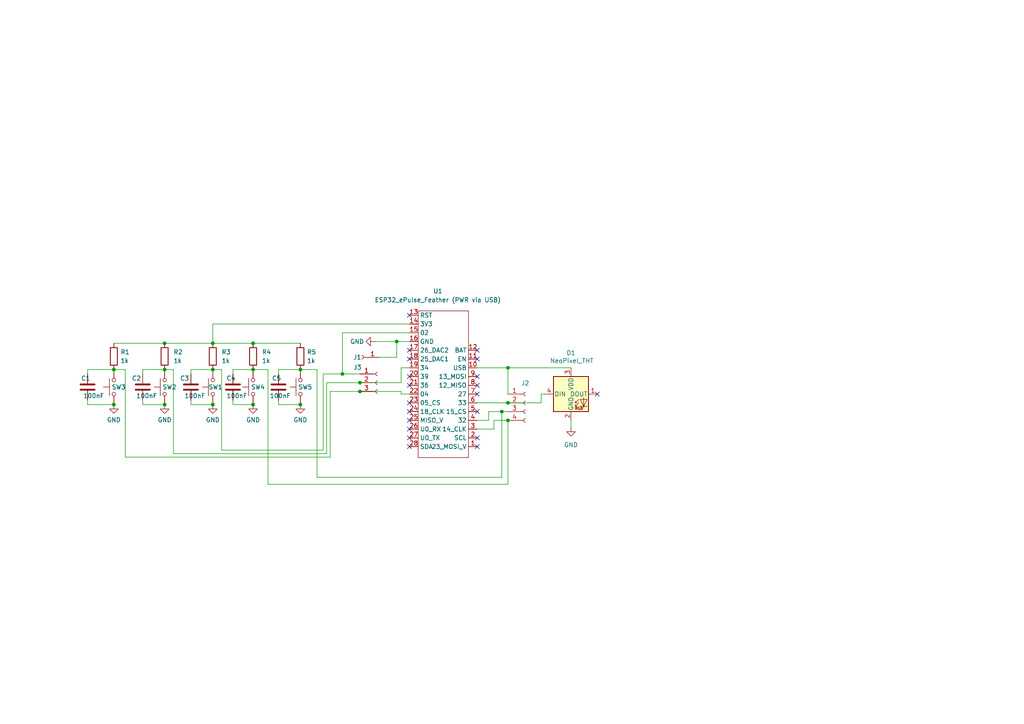
<source format=kicad_sch>
(kicad_sch (version 20211123) (generator eeschema)
  (paper "A4")
  (lib_symbols
    (symbol "BerndsMainComponents:ESP32_ePulse_Feather"
      (property "Reference" "U1" (at 2.2225 33.655 0))
      (property "Value" "ESP32_ePulse_Feather" (at 2.2225 31.115 0))
      (symbol "ESP32_ePulse_Feather_0_1"
        (rectangle (start 5.08 -28.575) (end -9.525 13.97))
      )
      (symbol "ESP32_ePulse_Feather_1_1"
        (pin input line (at -12.065 10.795 0) (length 2.54) (name "23_MOSI_V") (number "1"))
        (pin power_out line (at -12.065 -12.065 0) (length 2.54) (name "USB") (number "10"))
        (pin input line (at -12.065 -14.605 0) (length 2.54) (name "EN") (number "11"))
        (pin power_in line (at -12.065 -17.145 0) (length 2.54) (name "BAT") (number "12"))
        (pin input line (at 7.62 -27.305 180) (length 2.54) (name "RST") (number "13"))
        (pin power_in line (at 7.62 -24.765 180) (length 2.54) (name "3V3") (number "14"))
        (pin bidirectional line (at 7.62 -22.225 180) (length 2.54) (name "02") (number "15"))
        (pin power_in line (at 7.62 -19.685 180) (length 2.54) (name "GND") (number "16"))
        (pin input line (at 7.62 -17.145 180) (length 2.54) (name "26_DAC2") (number "17"))
        (pin input line (at 7.62 -14.605 180) (length 2.54) (name "25_DAC1") (number "18"))
        (pin input line (at 7.62 -12.065 180) (length 2.54) (name "34") (number "19"))
        (pin bidirectional line (at -12.065 8.255 0) (length 2.54) (name "SCL") (number "2"))
        (pin input line (at 7.62 -9.525 180) (length 2.54) (name "39") (number "20"))
        (pin input line (at 7.62 -6.985 180) (length 2.54) (name "36") (number "21"))
        (pin bidirectional line (at 7.62 -4.445 180) (length 2.54) (name "04") (number "22"))
        (pin bidirectional line (at 7.62 -1.905 180) (length 2.54) (name "05_CS") (number "23"))
        (pin bidirectional line (at 7.62 0.635 180) (length 2.54) (name "18_CLK") (number "24"))
        (pin bidirectional line (at 7.62 3.175 180) (length 2.54) (name "MISO_V") (number "25"))
        (pin bidirectional line (at 7.62 5.715 180) (length 2.54) (name "U0_RX") (number "26"))
        (pin bidirectional line (at 7.62 8.255 180) (length 2.54) (name "U0_TX") (number "27"))
        (pin bidirectional line (at 7.62 10.795 180) (length 2.54) (name "SDA") (number "28"))
        (pin bidirectional line (at -12.065 5.715 0) (length 2.54) (name "14_CLK") (number "3"))
        (pin bidirectional line (at -12.065 3.175 0) (length 2.54) (name "32") (number "4"))
        (pin bidirectional line (at -12.065 0.635 0) (length 2.54) (name "15_CS") (number "5"))
        (pin bidirectional line (at -12.065 -1.905 0) (length 2.54) (name "33") (number "6"))
        (pin bidirectional line (at -12.065 -4.445 0) (length 2.54) (name "27") (number "7"))
        (pin input line (at -12.065 -6.985 0) (length 2.54) (name "12_MISO") (number "8"))
        (pin output line (at -12.065 -9.525 0) (length 2.54) (name "13_MOSI") (number "9"))
      )
    )
    (symbol "Connector:Conn_01x01_Female" (pin_names (offset 1.016) hide)
      (property "Reference" "J" (at 0 2.54 0))
      (property "Value" "Conn_01x01_Female" (at 0 -2.54 0))
      (symbol "Conn_01x01_Female_1_1"
        (polyline (pts (xy -1.27 0) (xy -0.508 0)) (stroke (width 0.1524)))
        (arc (start 0 0.508) (mid -0.508 0) (end 0 -0.508) (stroke (width 0.1524)))
        (pin passive line (at -5.08 0 0) (length 3.81) (name "Pin_1") (number "1"))
      )
    )
    (symbol "Connector:Conn_01x03_Female" (pin_names (offset 1.016) hide)
      (property "Reference" "J" (at 0 5.08 0))
      (property "Value" "Conn_01x03_Female" (at 0 -5.08 0))
      (symbol "Conn_01x03_Female_1_1"
        (arc (start 0 -2.032) (mid -0.508 -2.54) (end 0 -3.048) (stroke (width 0.1524)))
        (polyline (pts (xy -1.27 -2.54) (xy -0.508 -2.54)) (stroke (width 0.1524)))
        (polyline (pts (xy -1.27 0) (xy -0.508 0)) (stroke (width 0.1524)))
        (polyline (pts (xy -1.27 2.54) (xy -0.508 2.54)) (stroke (width 0.1524)))
        (arc (start 0 0.508) (mid -0.508 0) (end 0 -0.508) (stroke (width 0.1524)))
        (arc (start 0 3.048) (mid -0.508 2.54) (end 0 2.032) (stroke (width 0.1524)))
        (pin passive line (at -5.08 2.54 0) (length 3.81) (name "Pin_1") (number "1"))
        (pin passive line (at -5.08 0 0) (length 3.81) (name "Pin_2") (number "2"))
        (pin passive line (at -5.08 -2.54 0) (length 3.81) (name "Pin_3") (number "3"))
      )
    )
    (symbol "Connector:Conn_01x04_Female" (pin_names (offset 1.016) hide)
      (property "Reference" "J" (at 0 5.08 0))
      (property "Value" "Conn_01x04_Female" (at 0 -7.62 0))
      (symbol "Conn_01x04_Female_1_1"
        (arc (start 0 -4.572) (mid -0.508 -5.08) (end 0 -5.588) (stroke (width 0.1524)))
        (arc (start 0 -2.032) (mid -0.508 -2.54) (end 0 -3.048) (stroke (width 0.1524)))
        (polyline (pts (xy -1.27 -5.08) (xy -0.508 -5.08)) (stroke (width 0.1524)))
        (polyline (pts (xy -1.27 -2.54) (xy -0.508 -2.54)) (stroke (width 0.1524)))
        (polyline (pts (xy -1.27 0) (xy -0.508 0)) (stroke (width 0.1524)))
        (polyline (pts (xy -1.27 2.54) (xy -0.508 2.54)) (stroke (width 0.1524)))
        (arc (start 0 0.508) (mid -0.508 0) (end 0 -0.508) (stroke (width 0.1524)))
        (arc (start 0 3.048) (mid -0.508 2.54) (end 0 2.032) (stroke (width 0.1524)))
        (pin passive line (at -5.08 2.54 0) (length 3.81) (name "Pin_1") (number "1"))
        (pin passive line (at -5.08 0 0) (length 3.81) (name "Pin_2") (number "2"))
        (pin passive line (at -5.08 -2.54 0) (length 3.81) (name "Pin_3") (number "3"))
        (pin passive line (at -5.08 -5.08 0) (length 3.81) (name "Pin_4") (number "4"))
      )
    )
    (symbol "Device:C" (pin_numbers hide) (pin_names (offset 0.254))
      (property "Reference" "C" (at 0.635 2.54 0))
      (property "Value" "C" (at 0.635 -2.54 0))
      (symbol "C_0_1"
        (polyline (pts (xy -2.032 -0.762) (xy 2.032 -0.762)) (stroke (width 0.508)))
        (polyline (pts (xy -2.032 0.762) (xy 2.032 0.762)) (stroke (width 0.508)))
      )
      (symbol "C_1_1"
        (pin passive line (at 0 3.81 270) (length 2.794) (name "~") (number "1"))
        (pin passive line (at 0 -3.81 90) (length 2.794) (name "~") (number "2"))
      )
    )
    (symbol "Device:R" (pin_numbers hide) (pin_names (offset 0))
      (property "Reference" "R" (at 2.032 0 90))
      (property "Value" "R" (at 0 0 90))
      (symbol "R_0_1"
        (rectangle (start -1.016 -2.54) (end 1.016 2.54) (stroke (width 0.254)))
      )
      (symbol "R_1_1"
        (pin passive line (at 0 3.81 270) (length 1.27) (name "~") (number "1"))
        (pin passive line (at 0 -3.81 90) (length 1.27) (name "~") (number "2"))
      )
    )
    (symbol "LED:NeoPixel_THT" (pin_names (offset 0.254))
      (property "Reference" "D" (at 5.08 5.715 0))
      (property "Value" "NeoPixel_THT" (at 1.27 -5.715 0))
      (symbol "NeoPixel_THT_0_0"
        (text "RGB" (at 2.286 -4.191 0) (effects (font (size 0.762 0.762))))
      )
      (symbol "NeoPixel_THT_0_1"
        (polyline (pts (xy 1.27 -3.556) (xy 1.778 -3.556)))
        (polyline (pts (xy 1.27 -2.54) (xy 1.778 -2.54)))
        (polyline (pts (xy 4.699 -3.556) (xy 2.667 -3.556)))
        (polyline (pts (xy 2.286 -2.54) (xy 1.27 -3.556) (xy 1.27 -3.048)))
        (polyline (pts (xy 2.286 -1.524) (xy 1.27 -2.54) (xy 1.27 -2.032)))
        (polyline (pts (xy 3.683 -1.016) (xy 3.683 -3.556) (xy 3.683 -4.064)))
        (polyline (pts (xy 4.699 -1.524) (xy 2.667 -1.524) (xy 3.683 -3.556) (xy 4.699 -1.524)))
        (rectangle (start 5.08 5.08) (end -5.08 -5.08) (stroke (width 0.254)) (fill (type background)))
      )
      (symbol "NeoPixel_THT_1_1"
        (pin output line (at 7.62 0 180) (length 2.54) (name "DOUT") (number "1"))
        (pin power_in line (at 0 -7.62 90) (length 2.54) (name "GND") (number "2"))
        (pin power_in line (at 0 7.62 270) (length 2.54) (name "VDD") (number "3"))
        (pin input line (at -7.62 0 0) (length 2.54) (name "DIN") (number "4"))
      )
    )
    (symbol "Switch:SW_Push" (pin_numbers hide) (pin_names (offset 1.016) hide)
      (property "Reference" "SW" (at 1.27 2.54 0))
      (property "Value" "SW_Push" (at 0 -1.524 0))
      (symbol "SW_Push_0_1"
        (circle (center -2.032 0) (radius 0.508))
        (polyline (pts (xy 0 1.27) (xy 0 3.048)))
        (polyline (pts (xy 2.54 1.27) (xy -2.54 1.27)))
        (circle (center 2.032 0) (radius 0.508))
        (pin passive line (at -5.08 0 0) (length 2.54) (name "1") (number "1"))
        (pin passive line (at 5.08 0 180) (length 2.54) (name "2") (number "2"))
      )
    )
    (symbol "power:GND" (power) (pin_names (offset 0))
      (property "Value" "GND" (at 0 -3.81 0))
      (symbol "GND_0_1"
        (polyline (pts (xy 0 0) (xy 0 -1.27) (xy 1.27 -1.27) (xy 0 -2.54) (xy -1.27 -1.27) (xy 0 -1.27)))
      )
      (symbol "GND_1_1"
        (pin power_in line (at 0 0 270) (length 0) hide (name "GND") (number "1"))
      )
    )
  )
  (junction (at 61.722 107.188))
  (junction (at 73.406 107.188))
  (junction (at 61.722 117.348))
  (junction (at 99.314 108.458))
  (junction (at 33.02 117.348))
  (junction (at 104.394 113.538))
  (junction (at 147.32 106.68))
  (junction (at 145.542 119.38))
  (junction (at 33.02 107.188))
  (junction (at 104.394 110.998))
  (junction (at 47.752 107.188))
  (junction (at 47.752 117.348))
  (junction (at 147.32 121.92))
  (junction (at 147.32 116.84))
  (junction (at 73.406 99.568))
  (junction (at 115.062 99.06))
  (junction (at 73.406 117.348))
  (junction (at 47.752 99.568))
  (junction (at 87.122 117.348))
  (junction (at 61.722 99.568))
  (junction (at 87.122 107.188))
  (no_connect (at 138.43 119.38))
  (no_connect (at 118.745 109.22))
  (no_connect (at 118.745 104.14))
  (no_connect (at 118.745 127))
  (no_connect (at 138.43 114.3))
  (no_connect (at 118.745 111.76))
  (no_connect (at 138.43 127))
  (no_connect (at 138.43 129.54))
  (no_connect (at 118.745 129.54))
  (no_connect (at 118.745 121.92))
  (no_connect (at 118.745 124.46))
  (no_connect (at 118.745 91.44))
  (no_connect (at 118.745 101.6))
  (no_connect (at 138.43 101.6))
  (no_connect (at 138.43 104.14))
  (no_connect (at 138.43 109.22))
  (no_connect (at 138.43 111.76))
  (no_connect (at 118.745 119.38))
  (no_connect (at 118.745 116.84))
  (no_connect (at 173.228 114.3))
  (wire (pts (xy 80.772 108.458) (xy 80.772 107.188)))
  (wire (pts (xy 165.608 123.952) (xy 165.608 121.92)))
  (wire (pts (xy 80.772 117.348) (xy 80.772 116.078)))
  (wire (pts (xy 156.972 114.3) (xy 156.972 116.84)))
  (wire (pts (xy 77.724 107.188) (xy 73.406 107.188)))
  (wire (pts (xy 61.722 93.98) (xy 118.745 93.98)))
  (wire (pts (xy 77.724 107.188) (xy 77.724 140.462)))
  (wire (pts (xy 147.32 116.84) (xy 156.972 116.84)))
  (wire (pts (xy 141.732 119.38) (xy 141.732 121.92)))
  (wire (pts (xy 116.332 110.998) (xy 104.394 110.998)))
  (wire (pts (xy 104.394 113.538) (xy 116.332 113.538)))
  (wire (pts (xy 64.262 130.556) (xy 64.262 107.188)))
  (wire (pts (xy 115.062 103.632) (xy 115.062 99.06)))
  (wire (pts (xy 115.062 99.06) (xy 118.745 99.06)))
  (wire (pts (xy 116.332 106.68) (xy 116.332 110.998)))
  (wire (pts (xy 143.256 121.92) (xy 147.32 121.92)))
  (wire (pts (xy 33.02 99.568) (xy 47.752 99.568)))
  (wire (pts (xy 116.332 113.538) (xy 116.332 114.3)))
  (wire (pts (xy 73.406 99.568) (xy 87.122 99.568)))
  (wire (pts (xy 99.314 96.52) (xy 118.745 96.52)))
  (wire (pts (xy 138.43 106.68) (xy 147.32 106.68)))
  (wire (pts (xy 94.742 110.998) (xy 104.394 110.998)))
  (wire (pts (xy 145.542 119.38) (xy 145.542 138.43)))
  (wire (pts (xy 108.712 99.06) (xy 115.062 99.06)))
  (wire (pts (xy 41.402 108.458) (xy 41.402 107.188)))
  (wire (pts (xy 41.402 117.348) (xy 41.402 116.078)))
  (wire (pts (xy 145.542 119.38) (xy 147.32 119.38)))
  (wire (pts (xy 157.988 114.3) (xy 156.972 114.3)))
  (wire (pts (xy 67.564 107.188) (xy 67.564 108.458)))
  (wire (pts (xy 94.742 110.998) (xy 94.742 131.572)))
  (wire (pts (xy 33.02 107.188) (xy 36.322 107.188)))
  (wire (pts (xy 61.722 107.188) (xy 64.262 107.188)))
  (wire (pts (xy 67.564 117.348) (xy 73.406 117.348)))
  (wire (pts (xy 67.564 116.078) (xy 67.564 117.348)))
  (wire (pts (xy 55.372 107.188) (xy 61.722 107.188)))
  (wire (pts (xy 147.32 114.3) (xy 147.32 106.68)))
  (wire (pts (xy 73.406 107.188) (xy 67.564 107.188)))
  (wire (pts (xy 99.314 108.458) (xy 104.394 108.458)))
  (wire (pts (xy 95.758 113.538) (xy 95.758 132.588)))
  (wire (pts (xy 33.02 117.348) (xy 25.4 117.348)))
  (wire (pts (xy 116.332 114.3) (xy 118.745 114.3)))
  (wire (pts (xy 73.406 99.568) (xy 73.406 100.33)))
  (wire (pts (xy 50.292 131.572) (xy 50.292 107.188)))
  (wire (pts (xy 138.43 116.84) (xy 147.32 116.84)))
  (wire (pts (xy 143.256 124.46) (xy 143.256 121.92)))
  (wire (pts (xy 91.948 138.43) (xy 91.948 107.188)))
  (wire (pts (xy 99.314 96.52) (xy 99.314 108.458)))
  (wire (pts (xy 77.724 140.462) (xy 147.32 140.462)))
  (wire (pts (xy 138.43 124.46) (xy 143.256 124.46)))
  (wire (pts (xy 145.542 138.43) (xy 91.948 138.43)))
  (wire (pts (xy 61.722 99.568) (xy 73.406 99.568)))
  (wire (pts (xy 147.32 121.92) (xy 147.32 140.462)))
  (wire (pts (xy 80.772 107.188) (xy 87.122 107.188)))
  (wire (pts (xy 47.752 99.568) (xy 61.722 99.568)))
  (wire (pts (xy 118.745 106.68) (xy 116.332 106.68)))
  (wire (pts (xy 93.726 108.458) (xy 99.314 108.458)))
  (wire (pts (xy 61.722 117.348) (xy 55.372 117.348)))
  (wire (pts (xy 41.402 107.188) (xy 47.752 107.188)))
  (wire (pts (xy 36.322 132.588) (xy 36.322 107.188)))
  (wire (pts (xy 141.732 119.38) (xy 145.542 119.38)))
  (wire (pts (xy 147.32 106.68) (xy 165.608 106.68)))
  (wire (pts (xy 93.726 130.556) (xy 93.726 108.458)))
  (wire (pts (xy 47.752 117.348) (xy 41.402 117.348)))
  (wire (pts (xy 109.982 103.632) (xy 115.062 103.632)))
  (wire (pts (xy 55.372 108.458) (xy 55.372 107.188)))
  (wire (pts (xy 55.372 117.348) (xy 55.372 116.078)))
  (wire (pts (xy 87.122 117.348) (xy 80.772 117.348)))
  (wire (pts (xy 138.43 121.92) (xy 141.732 121.92)))
  (wire (pts (xy 91.948 107.188) (xy 87.122 107.188)))
  (wire (pts (xy 25.4 107.188) (xy 33.02 107.188)))
  (wire (pts (xy 25.4 117.348) (xy 25.4 116.078)))
  (wire (pts (xy 50.292 131.572) (xy 94.742 131.572)))
  (wire (pts (xy 64.262 130.556) (xy 93.726 130.556)))
  (wire (pts (xy 61.722 93.98) (xy 61.722 99.568)))
  (wire (pts (xy 104.394 113.538) (xy 95.758 113.538)))
  (wire (pts (xy 25.4 108.458) (xy 25.4 107.188)))
  (wire (pts (xy 36.322 132.588) (xy 95.758 132.588)))
  (wire (pts (xy 47.752 107.188) (xy 50.292 107.188)))
  (symbol (lib_id "Device:R") (at 87.122 103.378 0) (unit 1)
    (property "Reference" "R5" (at 89.027 102.1079 0) (effects (justify left)))
    (property "Value" "1k" (at 89.027 104.6479 0) (effects (justify left)))
    (property "Footprint" "Resistor_THT:R_Axial_DIN0207_L6.3mm_D2.5mm_P2.54mm_Vertical" (effects hide))
  )
  (symbol (lib_id "Device:R") (at 61.722 103.378 0) (unit 1)
    (property "Reference" "R3" (at 64.262 102.1079 0) (effects (justify left)))
    (property "Value" "1k" (at 64.262 104.6479 0) (effects (justify left)))
    (property "Footprint" "Resistor_THT:R_Axial_DIN0207_L6.3mm_D2.5mm_P2.54mm_Vertical" (effects hide))
  )
  (symbol (lib_id "power:GND") (at 73.406 117.348 0) (unit 1)
    (property "Reference" "#PWR05" (effects hide))
    (property "Value" "GND" (at 73.406 121.793 0))
  )
  (symbol (lib_id "Switch:SW_Push") (at 61.722 112.268 90) (unit 1)
    (property "Reference" "SW1" (at 60.452 112.268 90) (effects (justify right)))
    (property "Value" "SW_Push" (effects hide))
  )
  (symbol (lib_id "Switch:SW_Push") (at 47.752 112.268 90) (unit 1)
    (property "Reference" "SW2" (at 47.117 112.268 90) (effects (justify right)))
    (property "Value" "SW_Push" (effects hide))
  )
  (symbol (lib_id "power:GND") (at 165.608 123.952 0) (unit 1)
    (property "Reference" "#PWR09" (effects hide))
    (property "Value" "GND" (at 165.608 129.032 0))
  )
  (symbol (lib_id "Switch:SW_Push") (at 87.122 112.268 90) (unit 1)
    (property "Reference" "SW5" (at 86.487 112.268 90) (effects (justify right)))
    (property "Value" "SW_Push" (effects hide))
  )
  (symbol (lib_id "Device:C") (at 80.772 112.268 0) (unit 1)
    (property "Reference" "C5" (at 78.867 109.728 0) (effects (justify left)))
    (property "Value" "100nF" (at 78.232 114.808 0) (effects (justify left)))
    (property "Footprint" "Capacitor_THT:C_Disc_D3.4mm_W2.1mm_P2.50mm" (effects hide))
  )
  (symbol (lib_id "Device:R") (at 47.752 103.378 0) (unit 1)
    (property "Reference" "R2" (at 50.292 102.1079 0) (effects (justify left)))
    (property "Value" "1k" (at 50.292 104.6479 0) (effects (justify left)))
    (property "Footprint" "Resistor_THT:R_Axial_DIN0207_L6.3mm_D2.5mm_P7.62mm_Horizontal" (effects hide))
  )
  (symbol (lib_id "Connector:Conn_01x01_Female") (at 104.902 103.632 180) (unit 1)
    (property "Reference" "J1" (at 103.632 103.632 0))
    (property "Value" "Conn_01x01_Female" (effects hide))
    (property "Footprint" "Connector_PinHeader_2.54mm:PinHeader_1x01_P2.54mm_Vertical" (effects hide))
  )
  (symbol (lib_id "Connector:Conn_01x03_Female") (at 109.474 110.998 0) (unit 1)
    (property "Reference" "J3" (at 102.489 106.553 0) (effects (justify left)))
    (property "Value" "Conn_01x03_Female" (effects hide))
    (property "Footprint" "Connector_PinHeader_2.54mm:PinHeader_1x03_P2.54mm_Vertical" (effects hide))
  )
  (symbol (lib_id "power:GND") (at 87.122 117.348 0) (unit 1)
    (property "Reference" "#PWR06" (effects hide))
    (property "Value" "GND" (at 87.122 121.793 0))
  )
  (symbol (lib_id "Connector:Conn_01x04_Female") (at 152.4 116.84 0) (unit 1)
    (property "Reference" "J2" (at 151.13 111.125 0) (effects (justify left)))
    (property "Value" "Conn_01x04_Female" (effects hide))
    (property "Footprint" "Connector_PinHeader_2.54mm:PinHeader_1x04_P2.54mm_Vertical" (effects hide))
  )
  (symbol (lib_id "Device:R") (at 33.02 103.378 0) (unit 1)
    (property "Reference" "R1" (at 34.925 102.1079 0) (effects (justify left)))
    (property "Value" "1k" (at 34.925 104.6479 0) (effects (justify left)))
    (property "Footprint" "Resistor_THT:R_Axial_DIN0207_L6.3mm_D2.5mm_P2.54mm_Vertical" (effects hide))
  )
  (symbol (lib_id "LED:NeoPixel_THT") (at 165.608 114.3 0) (unit 1)
    (property "Reference" "D1" (at 165.608 102.362 0))
    (property "Value" "NeoPixel_THT" (at 165.862 104.648 0))
    (property "Datasheet" "https://www.adafruit.com/product/1938" (effects hide))
  )
  (symbol (lib_id "power:GND") (at 47.752 117.348 0) (unit 1)
    (property "Reference" "#PWR02" (effects hide))
    (property "Value" "GND" (at 47.752 121.793 0))
  )
  (symbol (lib_id "Device:C") (at 41.402 112.268 0) (unit 1)
    (property "Reference" "C2" (at 38.227 109.728 0) (effects (justify left)))
    (property "Value" "100nF" (at 39.497 114.808 0) (effects (justify left)))
    (property "Footprint" "Capacitor_THT:C_Disc_D3.4mm_W2.1mm_P2.50mm" (effects hide))
  )
  (symbol (lib_id "power:GND") (at 108.712 99.06 270) (unit 1)
    (property "Reference" "#PWR07" (effects hide))
    (property "Value" "GND" (at 101.5192 99.0716 90) (effects (justify left)))
  )
  (symbol (lib_id "Device:R") (at 73.406 103.378 0) (unit 1)
    (property "Reference" "R4" (at 75.946 102.1079 0) (effects (justify left)))
    (property "Value" "1k" (at 75.946 104.6479 0) (effects (justify left)))
    (property "Footprint" "Resistor_THT:R_Axial_DIN0207_L6.3mm_D2.5mm_P2.54mm_Vertical" (effects hide))
  )
  (symbol (lib_id "Device:C") (at 67.564 112.268 0) (unit 1)
    (property "Reference" "C4" (at 65.659 109.728 0) (effects (justify left)))
    (property "Value" "100nF" (at 65.659 114.808 0) (effects (justify left)))
    (property "Footprint" "Capacitor_THT:C_Disc_D3.4mm_W2.1mm_P2.50mm" (effects hide))
  )
  (symbol (lib_id "power:GND") (at 33.02 117.348 0) (unit 1)
    (property "Reference" "#PWR01" (effects hide))
    (property "Value" "GND" (at 33.02 121.793 0))
  )
  (symbol (lib_id "Device:C") (at 55.372 112.268 0) (unit 1)
    (property "Reference" "C3" (at 52.197 109.728 0) (effects (justify left)))
    (property "Value" "100nF" (at 53.467 114.808 0) (effects (justify left)))
    (property "Footprint" "Capacitor_THT:C_Disc_D3.4mm_W2.1mm_P2.50mm" (effects hide))
  )
  (symbol (lib_id "Switch:SW_Push") (at 33.02 112.268 90) (unit 1)
    (property "Reference" "SW3" (at 32.385 112.268 90) (effects (justify right)))
    (property "Value" "SW_Push" (effects hide))
  )
  (symbol (lib_id "BerndsMainComponents:ESP32_ePulse_Feather") (at 126.365 118.745 180) (unit 1)
    (property "Reference" "U1" (at 127 84.455 0))
    (property "Value" "ESP32_ePulse_Feather (PWR via USB)" (at 127 86.995 0))
    (property "Footprint" "ESP32 ePulse Feather" (effects hide))
  )
  (symbol (lib_id "power:GND") (at 61.722 117.348 0) (unit 1)
    (property "Reference" "#PWR04" (effects hide))
    (property "Value" "GND" (at 61.722 121.793 0))
  )
  (symbol (lib_id "Device:C") (at 25.4 112.268 0) (unit 1)
    (property "Reference" "C1" (at 23.495 109.728 0) (effects (justify left)))
    (property "Value" "100nF" (at 24.13 114.808 0) (effects (justify left)))
    (property "Footprint" "Capacitor_THT:C_Disc_D3.4mm_W2.1mm_P2.50mm" (effects hide))
  )
  (symbol (lib_id "Switch:SW_Push") (at 73.406 112.268 90) (unit 1)
    (property "Reference" "SW4" (at 72.771 112.268 90) (effects (justify right)))
    (property "Value" "SW_Push" (effects hide))
  )
)
</source>
